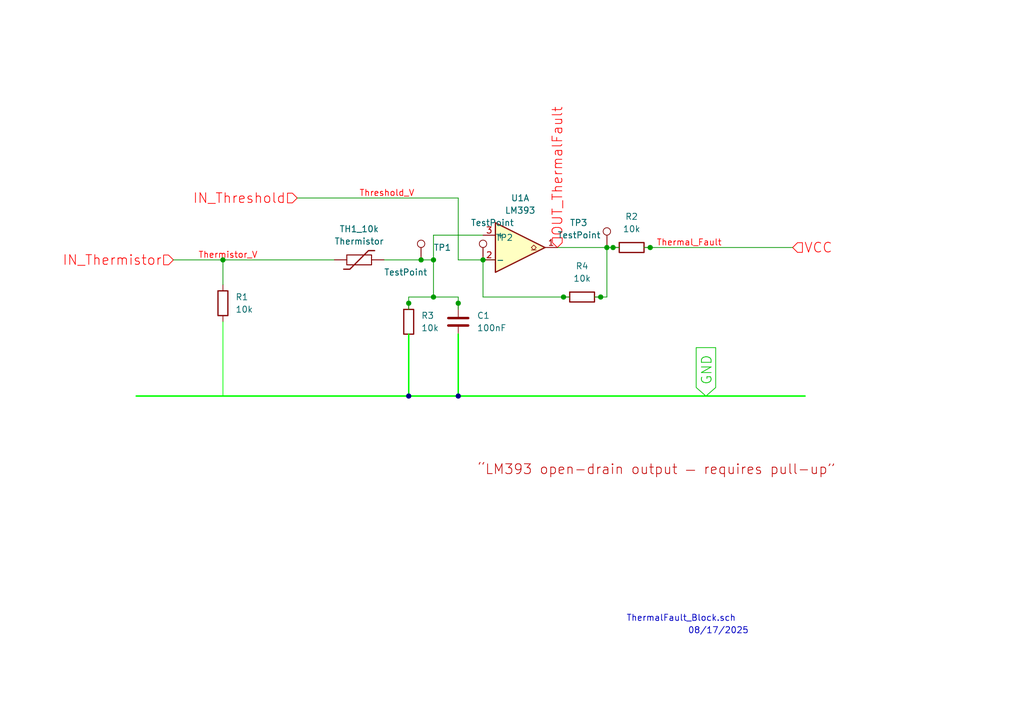
<source format=kicad_sch>
(kicad_sch (version 20250114) (generator "eeschema") (generator_version "9.0")
  (paper "A5")
  (lib_symbols
    (symbol "Comparator:LM393" (pin_names (offset 0.127))
      (property "Reference" "U" (at 3.81 3.81 0))
      (property "Value" "LM393" (at 6.35 -3.81 0))
      (symbol "LM393_1_1"
        (polyline (pts (xy -5.08 5.08) (xy 5.08 0) (xy -5.08 -5.08) (xy -5.08 5.08)) (stroke (width 0.254)) (fill (type background)))
        (polyline (pts (xy 3.302 -0.508) (xy 2.794 -0.508) (xy 3.302 0) (xy 2.794 0.508) (xy 2.286 0) (xy 2.794 -0.508) (xy 2.286 -0.508)) (stroke (width 0.127)))
        (pin input line (at -7.62 2.54 0) (length 2.54) (name "+") (number "3"))
        (pin input line (at -7.62 -2.54 0) (length 2.54) (name "-") (number "2"))
        (pin open_collector line (at 7.62 0 180) (length 2.54) (name "~") (number "1"))
      )
      (symbol "LM393_2_1"
        (polyline (pts (xy -5.08 5.08) (xy 5.08 0) (xy -5.08 -5.08) (xy -5.08 5.08)) (stroke (width 0.254)) (fill (type background)))
        (polyline (pts (xy 3.302 -0.508) (xy 2.794 -0.508) (xy 3.302 0) (xy 2.794 0.508) (xy 2.286 0) (xy 2.794 -0.508) (xy 2.286 -0.508)) (stroke (width 0.127)))
        (pin input line (at -7.62 2.54 0) (length 2.54) (name "+") (number "5"))
        (pin input line (at -7.62 -2.54 0) (length 2.54) (name "-") (number "6"))
        (pin open_collector line (at 7.62 0 180) (length 2.54) (name "~") (number "7"))
      )
      (symbol "LM393_3_1"
        (pin power_in line (at -2.54 7.62 270) (length 3.81) (name "V+") (number "8"))
        (pin power_in line (at -2.54 -7.62 90) (length 3.81) (name "V-") (number "4"))
      )
    )
    (symbol "Connector:TestPoint" (pin_numbers (hide yes)) (pin_names (offset 0.762) (hide yes))
      (property "Reference" "TP" (at 0 6.858 0))
      (property "Value" "TestPoint" (at 0 5.08 0))
      (symbol "TestPoint_0_1"
        (circle (center 0 3.302) (radius 0.762))
      )
      (symbol "TestPoint_1_1"
        (pin passive line (at 0 0 90) (length 2.54) (name "1") (number "1"))
      )
    )
    (symbol "Device:C" (pin_numbers (hide yes)) (pin_names (offset 0.254))
      (property "Reference" "C" (at 0.635 2.54 0))
      (property "Value" "C" (at 0.635 -2.54 0))
      (symbol "C_0_1"
        (polyline (pts (xy -2.032 0.762) (xy 2.032 0.762)) (stroke (width 0.508)))
        (polyline (pts (xy -2.032 -0.762) (xy 2.032 -0.762)) (stroke (width 0.508)))
      )
      (symbol "C_1_1"
        (pin passive line (at 0 3.81 270) (length 2.794) (name "~") (number "1"))
        (pin passive line (at 0 -3.81 90) (length 2.794) (name "~") (number "2"))
      )
    )
    (symbol "Device:Thermistor" (pin_numbers (hide yes)) (pin_names (offset 0))
      (property "Reference" "TH" (at 2.54 1.27 90))
      (property "Value" "Thermistor" (at -2.54 0 90))
      (symbol "Thermistor_0_1"
        (polyline (pts (xy -1.905 3.175) (xy -1.905 1.905) (xy 1.905 -1.905) (xy 1.905 -3.175) (xy 1.905 -3.175)) (stroke (width 0.254)))
        (rectangle (start -1.016 2.54) (end 1.016 -2.54) (stroke (width 0.2032)))
      )
      (symbol "Thermistor_1_1"
        (pin passive line (at 0 5.08 270) (length 2.54) (name "~") (number "1"))
        (pin passive line (at 0 -5.08 90) (length 2.54) (name "~") (number "2"))
      )
    )
    (symbol "FAULT_LED_DRIVER:R" (pin_numbers (hide yes)) (pin_names (offset 0))
      (property "Reference" "R" (at 2.032 0 90))
      (property "Value" "R" (at 0 0 90))
      (symbol "R_0_1"
        (rectangle (start -1.016 -2.54) (end 1.016 2.54) (stroke (width 0.254)))
      )
      (symbol "R_1_1"
        (pin passive line (at 0 3.81 270) (length 1.27) (name "~") (number "1"))
        (pin passive line (at 0 -3.81 90) (length 1.27) (name "~") (number "2"))
      )
    )
  )
  (text "“LM393 open-drain output — requires pull-up”" (at 134.62 96.52 0) (effects (font (size 2 2))))
  (text "08/17/2025\n" (at 147.32 129.54 0) (effects (font (size 1.27 1.27))))
  (text "ThermalFault_Block.sch" (at 139.7 127 0) (effects (font (size 1.27 1.27))))
  (junction (at 124.46 50.8))
  (junction (at 45.72 53.34))
  (junction (at 99.06 53.34))
  (junction (at 88.9 60.96))
  (junction (at 86.36 53.34))
  (junction (at 93.98 62.23))
  (junction (at 123.19 60.96))
  (junction (at 88.9 53.34))
  (junction (at 93.98 81.28))
  (junction (at 83.82 62.23))
  (junction (at 125.73 50.8))
  (junction (at 83.82 81.28))
  (junction (at 115.57 60.96))
  (junction (at 133.35 50.8))
  (wire (pts (xy 114.3 50.8) (xy 124.46 50.8)))
  (bus (pts (xy 27.94 81.28) (xy 83.82 81.28)) (stroke (width 0) (color 0 255 0 1)))
  (wire (pts (xy 124.46 60.96) (xy 124.46 50.8)))
  (wire (pts (xy 88.9 60.96) (xy 93.98 60.96)))
  (wire (pts (xy 86.36 53.34) (xy 88.9 53.34)))
  (wire (pts (xy 99.06 53.34) (xy 101.6 53.34)))
  (wire (pts (xy 78.74 53.34) (xy 86.36 53.34)))
  (wire (pts (xy 124.46 50.8) (xy 125.73 50.8)))
  (wire (pts (xy 83.82 62.23) (xy 83.82 60.96)))
  (wire (pts (xy 83.82 60.96) (xy 88.9 60.96)))
  (wire (pts (xy 45.72 66.04) (xy 45.72 81.28)) (stroke (width 0) (color 0 255 0 1)))
  (wire (pts (xy 88.9 53.34) (xy 88.9 60.96)))
  (wire (pts (xy 121.92 60.96) (xy 123.19 60.96)))
  (wire (pts (xy 133.35 50.8) (xy 162.56 50.8)))
  (wire (pts (xy 88.9 48.26) (xy 88.9 53.34)))
  (wire (pts (xy 115.57 60.96) (xy 99.06 60.96)))
  (wire (pts (xy 60.96 40.64) (xy 93.98 40.64)))
  (bus (pts (xy 83.82 68.58) (xy 83.82 81.28)) (stroke (width 0) (color 0 255 0 1)))
  (wire (pts (xy 83.82 63.5) (xy 83.82 62.23)))
  (wire (pts (xy 116.84 60.96) (xy 115.57 60.96)))
  (wire (pts (xy 125.73 50.8) (xy 127 50.8)))
  (wire (pts (xy 45.72 58.42) (xy 45.72 53.34)))
  (wire (pts (xy 93.98 53.34) (xy 93.98 40.64)))
  (wire (pts (xy 45.72 53.34) (xy 68.58 53.34)))
  (wire (pts (xy 99.06 60.96) (xy 99.06 53.34)))
  (wire (pts (xy 93.98 62.23) (xy 93.98 63.5)))
  (wire (pts (xy 99.06 53.34) (xy 93.98 53.34)))
  (bus (pts (xy 83.82 81.28) (xy 93.98 81.28)) (stroke (width 0) (color 0 255 0 1)))
  (wire (pts (xy 35.56 53.34) (xy 45.72 53.34)))
  (bus (pts (xy 93.98 81.28) (xy 165.1 81.28)) (stroke (width 0) (color 0 255 0 1)))
  (wire (pts (xy 99.06 48.26) (xy 88.9 48.26)))
  (wire (pts (xy 123.19 60.96) (xy 124.46 60.96)))
  (wire (pts (xy 93.98 60.96) (xy 93.98 62.23)))
  (wire (pts (xy 132.08 50.8) (xy 133.35 50.8)))
  (bus (pts (xy 93.98 68.58) (xy 93.98 81.28)) (stroke (width 0) (color 0 255 0 1)))
  (label "Thermistor_V" (at 40.64 53.34 0))
  (label "Threshold_V" (at 73.66 40.64 0))
  (label "Thermal_Fault" (at 134.62 50.8 0))
  (global_label "GND" (shape input) (at 144.78 81.28 90) (effects (font (size 2 2))) (property "Intersheetrefs" "${INTERSHEET_REFS}" (effects (hide yes))))
  (hierarchical_label "VCC" (shape input) (at 162.56 50.8 0) (effects (font (size 2 2))))
  (hierarchical_label "IN_Thermistor" (shape input) (at 35.56 53.34 180) (effects (font (size 2 2))))
  (hierarchical_label "OUT_ThermalFault" (shape input) (at 114.3 50.8 90) (effects (font (size 2 2))))
  (hierarchical_label "IN_Threshold" (shape input) (at 60.96 40.64 180) (effects (font (size 2 2))))
  (symbol (lib_id "Device:Thermistor") (at 73.66 53.34 270) (unit 1)
    (property "Reference" "TH1_10k" (at 73.66 46.99 90))
    (property "Value" "Thermistor" (at 73.66 49.53 90))
    (property "Description" "Temperature dependent resistor" (effects (hide yes)))
  )
  (symbol (lib_id "FAULT_LED_DRIVER:R") (at 45.72 62.23 0) (unit 1)
    (property "Reference" "R1" (at 48.26 60.9599 0) (effects (justify left)))
    (property "Value" "10k" (at 48.26 63.4999 0) (effects (justify left)))
    (property "Description" "Resistor" (effects (hide yes)))
  )
  (symbol (lib_id "Device:C") (at 93.98 66.04 0) (unit 1)
    (property "Reference" "C1" (at 97.79 64.7699 0) (effects (justify left)))
    (property "Value" "100nF" (at 97.79 67.3099 0) (effects (justify left)))
    (property "Description" "Unpolarized capacitor" (effects (hide yes)))
  )
  (symbol (lib_id "FAULT_LED_DRIVER:R") (at 129.54 50.8 90) (unit 1)
    (property "Reference" "R2" (at 129.54 44.45 90))
    (property "Value" "10k" (at 129.54 46.99 90))
    (property "Description" "Resistor" (effects (hide yes)))
  )
  (symbol (lib_id "Comparator:LM393") (at 106.68 50.8 0) (unit 1)
    (property "Reference" "U1" (at 106.68 40.64 0))
    (property "Value" "LM393" (at 106.68 43.18 0))
    (property "Datasheet" "http://www.ti.com/lit/ds/symlink/lm393.pdf" (effects (hide yes)))
    (property "Description" "Low-Power, Low-Offset Voltage, Dual Comparators, DIP-8/SOIC-8/TO-99-8" (effects (hide yes)))
  )
  (symbol (lib_id "FAULT_LED_DRIVER:R") (at 83.82 66.04 0) (unit 1)
    (property "Reference" "R3" (at 86.36 64.7699 0) (effects (justify left)))
    (property "Value" "10k" (at 86.36 67.3099 0) (effects (justify left)))
    (property "Description" "Resistor" (effects (hide yes)))
  )
  (symbol (lib_id "Connector:TestPoint") (at 99.06 53.34 0) (unit 1)
    (property "Reference" "TP2" (at 101.6 48.7679 0) (effects (justify left)))
    (property "Value" "TestPoint" (at 96.52 45.72 0) (effects (justify left)))
    (property "Description" "test point" (effects (hide yes)))
  )
  (symbol (lib_id "Connector:TestPoint") (at 124.46 50.8 0) (unit 1)
    (property "Reference" "TP3" (at 116.84 45.72 0) (effects (justify left)))
    (property "Value" "TestPoint" (at 114.3 48.26 0) (effects (justify left)))
    (property "Description" "test point" (effects (hide yes)))
  )
  (symbol (lib_id "FAULT_LED_DRIVER:R") (at 119.38 60.96 90) (unit 1)
    (property "Reference" "R4" (at 119.38 54.61 90))
    (property "Value" "10k" (at 119.38 57.15 90))
    (property "Description" "Resistor" (effects (hide yes)))
  )
  (symbol (lib_id "Connector:TestPoint") (at 86.36 53.34 0) (unit 1)
    (property "Reference" "TP1" (at 88.9 50.8 0) (effects (justify left)))
    (property "Value" "TestPoint" (at 78.74 55.88 0) (effects (justify left)))
    (property "Description" "test point" (effects (hide yes)))
  )
)
</source>
